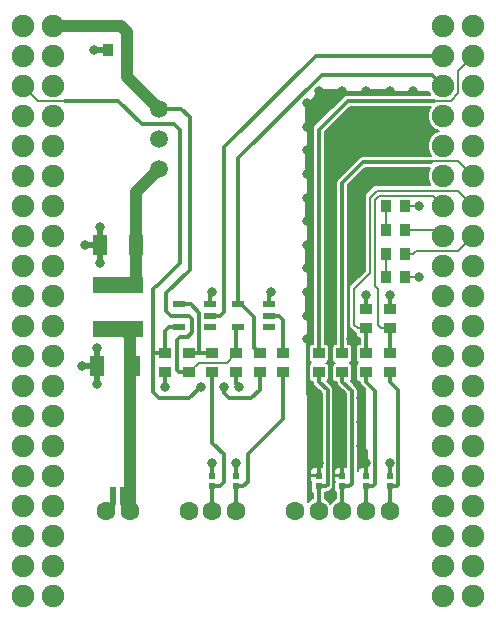
<source format=gtl>
G04 #@! TF.FileFunction,Copper,L1,Top,Signal*
%FSLAX46Y46*%
G04 Gerber Fmt 4.6, Leading zero omitted, Abs format (unit mm)*
G04 Created by KiCad (PCBNEW 0.201512291232+6408~40~ubuntu14.04.1-stable) date Sun 27 Mar 2016 21:47:00 BST*
%MOMM*%
G01*
G04 APERTURE LIST*
%ADD10C,0.100000*%
%ADD11R,0.950000X1.000000*%
%ADD12R,1.150000X1.800000*%
%ADD13R,1.000000X0.950000*%
%ADD14R,0.620000X0.620000*%
%ADD15C,1.500000*%
%ADD16C,1.900000*%
%ADD17C,1.600000*%
%ADD18R,4.200000X1.400000*%
%ADD19R,1.100000X0.600000*%
%ADD20C,0.800000*%
%ADD21C,0.300000*%
%ADD22C,0.200000*%
%ADD23C,1.000000*%
%ADD24C,0.500000*%
G04 APERTURE END LIST*
D10*
D11*
X60300000Y-52500000D03*
X58700000Y-52500000D03*
D12*
X60750000Y-79250000D03*
X57750000Y-79250000D03*
X61000000Y-69000000D03*
X58000000Y-69000000D03*
D13*
X80500000Y-76050000D03*
X80500000Y-74450000D03*
X82500000Y-76050000D03*
X82500000Y-74450000D03*
D14*
X59950000Y-89750000D03*
X59050000Y-89750000D03*
X76500000Y-89450000D03*
X76500000Y-88550000D03*
X78500000Y-89450000D03*
X78500000Y-88550000D03*
X80500000Y-89450000D03*
X80500000Y-88550000D03*
X82500000Y-89450000D03*
X82500000Y-88550000D03*
X67500000Y-89450000D03*
X67500000Y-88550000D03*
X69500000Y-89450000D03*
X69500000Y-88550000D03*
D11*
X83800000Y-65750000D03*
X82200000Y-65750000D03*
X83800000Y-71750000D03*
X82200000Y-71750000D03*
D15*
X63000000Y-62540000D03*
X63000000Y-60000000D03*
X63000000Y-57460000D03*
D16*
X51470000Y-98730000D03*
X54010000Y-98730000D03*
X54010000Y-96190000D03*
X51470000Y-96190000D03*
X51470000Y-93650000D03*
X54010000Y-93650000D03*
X54010000Y-91110000D03*
X51470000Y-91110000D03*
X51470000Y-88570000D03*
X54010000Y-88570000D03*
X51470000Y-86030000D03*
X51470000Y-83490000D03*
X51470000Y-80950000D03*
X51470000Y-78410000D03*
X51470000Y-75870000D03*
X51470000Y-73330000D03*
X51470000Y-70790000D03*
X51470000Y-68250000D03*
X51470000Y-65710000D03*
X51470000Y-63170000D03*
X51470000Y-60630000D03*
X51470000Y-58090000D03*
X51470000Y-55550000D03*
X51470000Y-53010000D03*
X54010000Y-53010000D03*
X54010000Y-55550000D03*
X54010000Y-58090000D03*
X54010000Y-60630000D03*
X54010000Y-63170000D03*
X54010000Y-65710000D03*
X54010000Y-68250000D03*
X54010000Y-70790000D03*
X54010000Y-73330000D03*
X54010000Y-75870000D03*
X54010000Y-78410000D03*
X54010000Y-80950000D03*
X54010000Y-83490000D03*
X54010000Y-86030000D03*
X51470000Y-50470000D03*
X54010000Y-50470000D03*
X87030000Y-98730000D03*
X89570000Y-98730000D03*
X87030000Y-96190000D03*
X89570000Y-96190000D03*
X89570000Y-93650000D03*
X87030000Y-93650000D03*
X87030000Y-91110000D03*
X89570000Y-91110000D03*
X89570000Y-88570000D03*
X87030000Y-88570000D03*
X87030000Y-86030000D03*
X89570000Y-86030000D03*
X89570000Y-83490000D03*
X87030000Y-83490000D03*
X87030000Y-80950000D03*
X89570000Y-80950000D03*
X89570000Y-78410000D03*
X87030000Y-78410000D03*
X87030000Y-75870000D03*
X89570000Y-75870000D03*
X89570000Y-73330000D03*
X87030000Y-73330000D03*
X87030000Y-70790000D03*
X89570000Y-70790000D03*
X87030000Y-68250000D03*
X89570000Y-68250000D03*
X87030000Y-65710000D03*
X89570000Y-65710000D03*
X87030000Y-63170000D03*
X89570000Y-63170000D03*
X87030000Y-60630000D03*
X89570000Y-60630000D03*
X87030000Y-58090000D03*
X89570000Y-58090000D03*
X87030000Y-55550000D03*
X89570000Y-55550000D03*
X87030000Y-53010000D03*
X89570000Y-53010000D03*
X87030000Y-50470000D03*
X89570000Y-50470000D03*
D17*
X58500000Y-91500000D03*
X60500000Y-91500000D03*
X74500000Y-91500000D03*
X76500000Y-91500000D03*
X78500000Y-91500000D03*
X80500000Y-91500000D03*
X82500000Y-91500000D03*
X65500000Y-91500000D03*
X67500000Y-91500000D03*
X69500000Y-91500000D03*
D18*
X59500000Y-76100000D03*
X59500000Y-72400000D03*
D13*
X82500000Y-79800000D03*
X82500000Y-78200000D03*
X80500000Y-79800000D03*
X80500000Y-78200000D03*
X78500000Y-79800000D03*
X78500000Y-78200000D03*
X76500000Y-79800000D03*
X76500000Y-78200000D03*
X73500000Y-79800000D03*
X73500000Y-78200000D03*
X67500000Y-79800000D03*
X67500000Y-78200000D03*
D11*
X83800000Y-67750000D03*
X82200000Y-67750000D03*
X83800000Y-69750000D03*
X82200000Y-69750000D03*
D13*
X63500000Y-78200000D03*
X63500000Y-79800000D03*
X69500000Y-78200000D03*
X69500000Y-79800000D03*
D19*
X67300000Y-75950000D03*
X67300000Y-75000000D03*
X67300000Y-74050000D03*
X64700000Y-74050000D03*
X64700000Y-75950000D03*
X72300000Y-75950000D03*
X72300000Y-75000000D03*
X72300000Y-74050000D03*
X69700000Y-74050000D03*
X69700000Y-75950000D03*
D13*
X65500000Y-79800000D03*
X65500000Y-78200000D03*
X71500000Y-79800000D03*
X71500000Y-78200000D03*
D20*
X69750000Y-81000000D03*
X72500000Y-73000000D03*
X67500000Y-73000000D03*
X63500000Y-81000000D03*
X84500000Y-63000000D03*
X82500000Y-63000000D03*
X80500000Y-63000000D03*
X79500000Y-65000000D03*
X79500000Y-67000000D03*
X79500000Y-69000000D03*
X79500000Y-71000000D03*
X79250010Y-77000000D03*
X80050010Y-82000000D03*
X80050010Y-84000000D03*
X80050010Y-86000000D03*
X80500000Y-61000000D03*
X82500000Y-61000000D03*
X84500000Y-61000000D03*
X84500000Y-58000000D03*
X82500000Y-58000000D03*
X80500000Y-58000000D03*
X78500000Y-59000000D03*
X77500000Y-61000000D03*
X77500000Y-63000000D03*
X77500000Y-65000000D03*
X77500000Y-67000000D03*
X77500000Y-69000000D03*
X77500000Y-71000000D03*
X77500000Y-73000000D03*
X77500000Y-75000000D03*
X77500000Y-77000000D03*
X78500000Y-82000000D03*
X78500000Y-84000000D03*
X78500000Y-86000000D03*
X84500000Y-56000000D03*
X82500000Y-56000000D03*
X80500000Y-56000000D03*
X78500000Y-56000000D03*
X76500000Y-56000000D03*
X75500000Y-57000000D03*
X75500000Y-59000000D03*
X75500000Y-61000000D03*
X75500000Y-63000000D03*
X75500000Y-65000000D03*
X75500000Y-67000000D03*
X75500000Y-69000000D03*
X75500000Y-71000000D03*
X75500000Y-73000000D03*
X75500000Y-75000000D03*
X75500000Y-77000000D03*
X76000000Y-82000000D03*
X76000000Y-84000000D03*
X76000000Y-86000000D03*
X82500000Y-73250000D03*
X80500000Y-73250000D03*
X82500000Y-87500000D03*
X80500000Y-87500000D03*
X78500000Y-87500000D03*
X76500000Y-87500000D03*
X85000000Y-65750000D03*
X85000000Y-71750000D03*
X69500000Y-87500000D03*
X67500000Y-87500000D03*
X57500000Y-52500000D03*
X58000000Y-67500000D03*
X56750000Y-69000000D03*
X58000000Y-70500000D03*
X57750000Y-77750000D03*
X57750000Y-80750000D03*
X56500000Y-79250000D03*
X68500000Y-81000000D03*
X66500000Y-81000000D03*
D21*
X63000000Y-57460000D02*
X64860000Y-57460000D01*
X65600000Y-58200000D02*
X65600000Y-71100000D01*
X65600000Y-71100000D02*
X63600000Y-73100000D01*
X64700000Y-79800000D02*
X65500000Y-79800000D01*
X64860000Y-57460000D02*
X65600000Y-58200000D01*
X65500000Y-75000000D02*
X65800000Y-75300000D01*
X63600000Y-73100000D02*
X63600000Y-74600000D01*
X65400000Y-76800000D02*
X64800000Y-76800000D01*
X63600000Y-74600000D02*
X64000000Y-75000000D01*
X64000000Y-75000000D02*
X65500000Y-75000000D01*
X65800000Y-75300000D02*
X65800000Y-76400000D01*
X65800000Y-76400000D02*
X65400000Y-76800000D01*
X64800000Y-76800000D02*
X64500000Y-77100000D01*
X64500000Y-77100000D02*
X64500000Y-79600000D01*
X64500000Y-79600000D02*
X64700000Y-79800000D01*
D22*
X65500000Y-79800000D02*
X65525000Y-79800000D01*
X66349999Y-78975001D02*
X68699999Y-78975001D01*
X65525000Y-79800000D02*
X66349999Y-78975001D01*
X68699999Y-78975001D02*
X69475000Y-78200000D01*
X69475000Y-78200000D02*
X69500000Y-78200000D01*
D21*
X69500000Y-78200000D02*
X69500000Y-76150000D01*
X69500000Y-76150000D02*
X69700000Y-75950000D01*
D23*
X54010000Y-50470000D02*
X59770000Y-50470000D01*
X59770000Y-50470000D02*
X60300000Y-51000000D01*
X60300000Y-51000000D02*
X60300000Y-52500000D01*
X60300000Y-52500000D02*
X60300000Y-54760000D01*
X60300000Y-54760000D02*
X63000000Y-57460000D01*
D21*
X69500000Y-79800000D02*
X69500000Y-80750000D01*
X69500000Y-80750000D02*
X69750000Y-81000000D01*
X72300000Y-74050000D02*
X72300000Y-73200000D01*
X72300000Y-73200000D02*
X72500000Y-73000000D01*
X67300000Y-74050000D02*
X67300000Y-73200000D01*
X67300000Y-73200000D02*
X67500000Y-73000000D01*
X63500000Y-79800000D02*
X63500000Y-81000000D01*
X80500000Y-63000000D02*
X82500000Y-63000000D01*
X79500000Y-67000000D02*
X79500000Y-65000000D01*
X79500000Y-71000000D02*
X79500000Y-69000000D01*
X80050010Y-84000000D02*
X80050010Y-82000000D01*
X80500000Y-87500000D02*
X80500000Y-86449990D01*
X80500000Y-86449990D02*
X80050010Y-86000000D01*
X82500000Y-61000000D02*
X80500000Y-61000000D01*
X84500000Y-58000000D02*
X84500000Y-61000000D01*
X80500000Y-58000000D02*
X82500000Y-58000000D01*
X77500000Y-61000000D02*
X77500000Y-60000000D01*
X77500000Y-60000000D02*
X78500000Y-59000000D01*
X77500000Y-65000000D02*
X77500000Y-63000000D01*
X77500000Y-69000000D02*
X77500000Y-67000000D01*
X77500000Y-73000000D02*
X77500000Y-71000000D01*
X77500000Y-77000000D02*
X77500000Y-75000000D01*
X78500000Y-84000000D02*
X78500000Y-82000000D01*
X78500000Y-87500000D02*
X78500000Y-86000000D01*
X80500000Y-56000000D02*
X82500000Y-56000000D01*
X76500000Y-56000000D02*
X78500000Y-56000000D01*
X75500000Y-59000000D02*
X75500000Y-57000000D01*
X75500000Y-63000000D02*
X75500000Y-61000000D01*
X75500000Y-67000000D02*
X75500000Y-65000000D01*
X75500000Y-71000000D02*
X75500000Y-69000000D01*
X75500000Y-75000000D02*
X75500000Y-73000000D01*
X76000000Y-82000000D02*
X75600001Y-81600001D01*
X75600001Y-81600001D02*
X75600001Y-77100001D01*
X75600001Y-77100001D02*
X75500000Y-77000000D01*
X76000000Y-86000000D02*
X76000000Y-84000000D01*
X82500000Y-74450000D02*
X82500000Y-73250000D01*
X80500000Y-74450000D02*
X80500000Y-73250000D01*
X82500000Y-88550000D02*
X82500000Y-87500000D01*
X80500000Y-88550000D02*
X80500000Y-87500000D01*
X78500000Y-88550000D02*
X78500000Y-87500000D01*
X76500000Y-88550000D02*
X76500000Y-87500000D01*
D22*
X83800000Y-65750000D02*
X85000000Y-65750000D01*
X83800000Y-71750000D02*
X85000000Y-71750000D01*
D21*
X69500000Y-88550000D02*
X69500000Y-87500000D01*
X67500000Y-88550000D02*
X67500000Y-87500000D01*
D24*
X58700000Y-52500000D02*
X57500000Y-52500000D01*
X58000000Y-69000000D02*
X58000000Y-67500000D01*
X58000000Y-69000000D02*
X56750000Y-69000000D01*
X58000000Y-69000000D02*
X58000000Y-70500000D01*
X57750000Y-79250000D02*
X57750000Y-77750000D01*
X57750000Y-79250000D02*
X57750000Y-80750000D01*
X57750000Y-79250000D02*
X56500000Y-79250000D01*
X59050000Y-89750000D02*
X59050000Y-90950000D01*
X59050000Y-90950000D02*
X58500000Y-91500000D01*
X59950000Y-89750000D02*
X59950000Y-90950000D01*
X59950000Y-90950000D02*
X60500000Y-91500000D01*
D23*
X60500000Y-91500000D02*
X60500000Y-89500000D01*
X60500000Y-89500000D02*
X60500000Y-77000000D01*
D24*
X59950000Y-89750000D02*
X60250000Y-89750000D01*
X60250000Y-89750000D02*
X60500000Y-89500000D01*
X60750000Y-79250000D02*
X60750000Y-77350000D01*
X60750000Y-77350000D02*
X59500000Y-76100000D01*
X60500000Y-77000000D02*
X60400000Y-77000000D01*
X60400000Y-77000000D02*
X59500000Y-76100000D01*
D23*
X61000000Y-69000000D02*
X61000000Y-64540000D01*
X61000000Y-64540000D02*
X63000000Y-62540000D01*
D21*
X59500000Y-72400000D02*
X60350000Y-72400000D01*
X60350000Y-72400000D02*
X61000000Y-71750000D01*
D23*
X61000000Y-69000000D02*
X61000000Y-71750000D01*
D22*
X89570000Y-65710000D02*
X88319999Y-64459999D01*
X88319999Y-64459999D02*
X81409300Y-64459999D01*
X81409300Y-64459999D02*
X80849990Y-65019309D01*
X80849990Y-65019309D02*
X80849990Y-71400010D01*
X80849990Y-71400010D02*
X79500000Y-72750000D01*
X79500000Y-72750000D02*
X79500000Y-75750000D01*
X79500000Y-75750000D02*
X79800000Y-76050000D01*
X79800000Y-76050000D02*
X80500000Y-76050000D01*
X80475000Y-76050000D02*
X80500000Y-76050000D01*
D21*
X80500000Y-78200000D02*
X80500000Y-76050000D01*
D22*
X82500000Y-76050000D02*
X81800000Y-76050000D01*
X81800000Y-76050000D02*
X81500000Y-75750000D01*
X86180009Y-64860009D02*
X87030000Y-65710000D01*
X81500000Y-75750000D02*
X81500000Y-72750000D01*
X81500000Y-72750000D02*
X81250000Y-72500000D01*
X81250000Y-72500000D02*
X81250000Y-65184998D01*
X81250000Y-65184998D02*
X81574989Y-64860009D01*
X81574989Y-64860009D02*
X86180009Y-64860009D01*
X87030000Y-65710000D02*
X86570000Y-65250000D01*
X82475000Y-76050000D02*
X82500000Y-76050000D01*
D21*
X82500000Y-78200000D02*
X82500000Y-76050000D01*
X76500000Y-89450000D02*
X77110000Y-89450000D01*
X77250001Y-81325001D02*
X76500000Y-80575000D01*
X77110000Y-89450000D02*
X77250001Y-89309999D01*
X77250001Y-89309999D02*
X77250001Y-81325001D01*
X76500000Y-80575000D02*
X76500000Y-79800000D01*
X76500000Y-91500000D02*
X76500000Y-89450000D01*
X78500000Y-89450000D02*
X79110000Y-89450000D01*
X79300000Y-81375000D02*
X78500000Y-80575000D01*
X79110000Y-89450000D02*
X79300000Y-89260000D01*
X79300000Y-89260000D02*
X79300000Y-81375000D01*
X78500000Y-80575000D02*
X78500000Y-79800000D01*
X78500000Y-91500000D02*
X78500000Y-89450000D01*
X80500000Y-89450000D02*
X81110000Y-89450000D01*
X81300000Y-89260000D02*
X81300000Y-81375000D01*
X81110000Y-89450000D02*
X81300000Y-89260000D01*
X81300000Y-81375000D02*
X80500000Y-80575000D01*
X80500000Y-80575000D02*
X80500000Y-79800000D01*
X80500000Y-91500000D02*
X80500000Y-89450000D01*
X82500000Y-89450000D02*
X83110000Y-89450000D01*
X83250001Y-81325001D02*
X82500000Y-80575000D01*
X83110000Y-89450000D02*
X83250001Y-89309999D01*
X83250001Y-89309999D02*
X83250001Y-81325001D01*
X82500000Y-80575000D02*
X82500000Y-79800000D01*
X82500000Y-91500000D02*
X82500000Y-89450000D01*
X67500000Y-79800000D02*
X67500000Y-85750000D01*
X67500000Y-85750000D02*
X68500000Y-86750000D01*
X68500000Y-86750000D02*
X68500000Y-89060000D01*
X68500000Y-89060000D02*
X68110000Y-89450000D01*
X68110000Y-89450000D02*
X67500000Y-89450000D01*
X67500000Y-91500000D02*
X67500000Y-89450000D01*
X73500000Y-83750000D02*
X73500000Y-79800000D01*
X70500000Y-86750000D02*
X73500000Y-83750000D01*
X70500000Y-89060000D02*
X70500000Y-86750000D01*
X69500000Y-89450000D02*
X70110000Y-89450000D01*
X70110000Y-89450000D02*
X70500000Y-89060000D01*
X69500000Y-91500000D02*
X69500000Y-89450000D01*
D22*
X82200000Y-65750000D02*
X82200000Y-66450000D01*
X82200000Y-66450000D02*
X82200000Y-67750000D01*
X82200000Y-69750000D02*
X82200000Y-70450000D01*
X82200000Y-70450000D02*
X82200000Y-71750000D01*
X83800000Y-67750000D02*
X86530000Y-67750000D01*
X86530000Y-67750000D02*
X87030000Y-68250000D01*
X83800000Y-69750000D02*
X84475000Y-69750000D01*
X84475000Y-69750000D02*
X84724999Y-69500001D01*
X84724999Y-69500001D02*
X88319999Y-69500001D01*
X88319999Y-69500001D02*
X88620001Y-69199999D01*
X88620001Y-69199999D02*
X89570000Y-68250000D01*
D21*
X80250000Y-62000000D02*
X85500000Y-62000000D01*
D22*
X88319999Y-61919999D02*
X85580001Y-61919999D01*
D21*
X85500000Y-62000000D02*
X86000000Y-62000000D01*
D22*
X89570000Y-63170000D02*
X88319999Y-61919999D01*
X85580001Y-61919999D02*
X85500000Y-62000000D01*
D21*
X78500000Y-63750000D02*
X80250000Y-62000000D01*
X78500000Y-78200000D02*
X78500000Y-63750000D01*
X72300000Y-75000000D02*
X73150000Y-75000000D01*
X73150000Y-75000000D02*
X73500000Y-75350000D01*
X73500000Y-75350000D02*
X73500000Y-77425000D01*
X73500000Y-77425000D02*
X73500000Y-78200000D01*
X65500000Y-78200000D02*
X66500000Y-78200000D01*
X65699999Y-74050000D02*
X66399999Y-74750000D01*
X66399999Y-78099999D02*
X66500000Y-78200000D01*
X66500000Y-78200000D02*
X67500000Y-78200000D01*
X66399999Y-74750000D02*
X66399999Y-78099999D01*
X64700000Y-74050000D02*
X65699999Y-74050000D01*
X86300001Y-56800001D02*
X78949999Y-56800001D01*
X78949999Y-56800001D02*
X76500000Y-59250000D01*
D22*
X89570000Y-53010000D02*
X88319999Y-54260001D01*
X88319999Y-54260001D02*
X88319999Y-56150001D01*
X87669999Y-56800001D02*
X86300001Y-56800001D01*
X88319999Y-56150001D02*
X87669999Y-56800001D01*
D21*
X76500000Y-78200000D02*
X76500000Y-59250000D01*
X70750000Y-82000000D02*
X71500000Y-81250000D01*
X71500000Y-81250000D02*
X71500000Y-79800000D01*
X68934315Y-82000000D02*
X70750000Y-82000000D01*
X68500000Y-81000000D02*
X68500000Y-81565685D01*
X68500000Y-81565685D02*
X68934315Y-82000000D01*
X63000000Y-82000000D02*
X65500000Y-82000000D01*
X65500000Y-82000000D02*
X66500000Y-81000000D01*
X62500000Y-81500000D02*
X63000000Y-82000000D01*
X62500000Y-81250000D02*
X62500000Y-81500000D01*
X62500000Y-72750000D02*
X62500000Y-78250000D01*
X62500000Y-78250000D02*
X62500000Y-81250000D01*
X63500000Y-78200000D02*
X62550000Y-78200000D01*
X62550000Y-78200000D02*
X62500000Y-78250000D01*
X62750000Y-72500000D02*
X62500000Y-72750000D01*
X62800000Y-72500000D02*
X62750000Y-72500000D01*
X64750000Y-59250000D02*
X64750000Y-70550000D01*
X64250000Y-58750000D02*
X64750000Y-59250000D01*
X61500000Y-58750000D02*
X64250000Y-58750000D01*
X64750000Y-70550000D02*
X62800000Y-72500000D01*
X59550001Y-56800001D02*
X61500000Y-58750000D01*
X54999999Y-56800001D02*
X59550001Y-56800001D01*
X63500000Y-76300000D02*
X63750000Y-76050000D01*
X63750000Y-76050000D02*
X63850000Y-75950000D01*
D22*
X51470000Y-55550000D02*
X52720001Y-56800001D01*
X52720001Y-56800001D02*
X54999999Y-56800001D01*
D21*
X63500000Y-78200000D02*
X63500000Y-76300000D01*
X63850000Y-75950000D02*
X64700000Y-75950000D01*
X69700000Y-74050000D02*
X69950000Y-74050000D01*
X69950000Y-74050000D02*
X71000000Y-75100000D01*
X71000000Y-75100000D02*
X71000000Y-77700000D01*
X71000000Y-77700000D02*
X71500000Y-78200000D01*
X69700000Y-71750000D02*
X69700000Y-61689998D01*
X69700000Y-74050000D02*
X69700000Y-71750000D01*
X76789997Y-54600001D02*
X86080001Y-54600001D01*
X69700000Y-61689998D02*
X76789997Y-54600001D01*
X86080001Y-54600001D02*
X87030000Y-55550000D01*
X87030000Y-55550000D02*
X86800000Y-55550000D01*
X86980000Y-55500000D02*
X87030000Y-55550000D01*
X87030000Y-53010000D02*
X76240000Y-53010000D01*
X76240000Y-53010000D02*
X68500000Y-60750000D01*
X68500000Y-60750000D02*
X68500000Y-74650000D01*
X68500000Y-74650000D02*
X68150000Y-75000000D01*
X68150000Y-75000000D02*
X67300000Y-75000000D01*
D22*
G36*
X85928556Y-57352647D02*
X85730226Y-57830279D01*
X85729774Y-58347452D01*
X85927271Y-58825429D01*
X86292647Y-59191444D01*
X86698985Y-59360170D01*
X86294571Y-59527271D01*
X85928556Y-59892647D01*
X85730226Y-60370279D01*
X85729774Y-60887452D01*
X85927271Y-61365429D01*
X86031658Y-61469999D01*
X85580001Y-61469999D01*
X85429174Y-61500000D01*
X80250000Y-61500000D01*
X80058658Y-61538060D01*
X80040656Y-61550089D01*
X79896447Y-61646446D01*
X78146447Y-63396447D01*
X78038060Y-63558658D01*
X78000000Y-63750000D01*
X78000000Y-77368144D01*
X77870298Y-77392549D01*
X77751175Y-77469203D01*
X77671259Y-77586163D01*
X77643144Y-77725000D01*
X77643144Y-78675000D01*
X77667549Y-78804702D01*
X77744203Y-78923825D01*
X77857158Y-79001004D01*
X77751175Y-79069203D01*
X77671259Y-79186163D01*
X77643144Y-79325000D01*
X77643144Y-80275000D01*
X77667549Y-80404702D01*
X77744203Y-80523825D01*
X77861163Y-80603741D01*
X78000000Y-80631856D01*
X78011309Y-80631856D01*
X78023382Y-80692548D01*
X78038060Y-80766342D01*
X78146447Y-80928553D01*
X78800000Y-81582106D01*
X78800000Y-87840000D01*
X78625000Y-87840000D01*
X78525000Y-87940000D01*
X78525000Y-88525000D01*
X78545000Y-88525000D01*
X78545000Y-88575000D01*
X78525000Y-88575000D01*
X78525000Y-88595000D01*
X78475000Y-88595000D01*
X78475000Y-88575000D01*
X77890000Y-88575000D01*
X77790000Y-88675000D01*
X77790000Y-88939565D01*
X77846238Y-89075337D01*
X77833144Y-89140000D01*
X77833144Y-89760000D01*
X77857549Y-89889702D01*
X77934203Y-90008825D01*
X78000000Y-90053783D01*
X78000000Y-90462294D01*
X77849428Y-90524509D01*
X77525646Y-90847727D01*
X77500154Y-90909118D01*
X77475491Y-90849428D01*
X77152273Y-90525646D01*
X77000000Y-90462417D01*
X77000000Y-90053650D01*
X77058825Y-90015797D01*
X77103783Y-89950000D01*
X77110000Y-89950000D01*
X77301342Y-89911940D01*
X77463553Y-89803553D01*
X77603554Y-89663553D01*
X77711941Y-89501341D01*
X77721886Y-89451342D01*
X77750001Y-89309999D01*
X77750001Y-88160435D01*
X77790000Y-88160435D01*
X77790000Y-88425000D01*
X77890000Y-88525000D01*
X78475000Y-88525000D01*
X78475000Y-87940000D01*
X78375000Y-87840000D01*
X78110435Y-87840000D01*
X77963418Y-87900896D01*
X77850896Y-88013418D01*
X77790000Y-88160435D01*
X77750001Y-88160435D01*
X77750001Y-81325001D01*
X77711941Y-81133659D01*
X77636963Y-81021447D01*
X77603555Y-80971448D01*
X77196545Y-80564438D01*
X77248825Y-80530797D01*
X77328741Y-80413837D01*
X77356856Y-80275000D01*
X77356856Y-79325000D01*
X77332451Y-79195298D01*
X77255797Y-79076175D01*
X77142842Y-78998996D01*
X77248825Y-78930797D01*
X77328741Y-78813837D01*
X77356856Y-78675000D01*
X77356856Y-77725000D01*
X77332451Y-77595298D01*
X77255797Y-77476175D01*
X77138837Y-77396259D01*
X77000000Y-77368144D01*
X77000000Y-59457106D01*
X79157106Y-57300001D01*
X85981294Y-57300001D01*
X85928556Y-57352647D01*
X85928556Y-57352647D01*
G37*
X85928556Y-57352647D02*
X85730226Y-57830279D01*
X85729774Y-58347452D01*
X85927271Y-58825429D01*
X86292647Y-59191444D01*
X86698985Y-59360170D01*
X86294571Y-59527271D01*
X85928556Y-59892647D01*
X85730226Y-60370279D01*
X85729774Y-60887452D01*
X85927271Y-61365429D01*
X86031658Y-61469999D01*
X85580001Y-61469999D01*
X85429174Y-61500000D01*
X80250000Y-61500000D01*
X80058658Y-61538060D01*
X80040656Y-61550089D01*
X79896447Y-61646446D01*
X78146447Y-63396447D01*
X78038060Y-63558658D01*
X78000000Y-63750000D01*
X78000000Y-77368144D01*
X77870298Y-77392549D01*
X77751175Y-77469203D01*
X77671259Y-77586163D01*
X77643144Y-77725000D01*
X77643144Y-78675000D01*
X77667549Y-78804702D01*
X77744203Y-78923825D01*
X77857158Y-79001004D01*
X77751175Y-79069203D01*
X77671259Y-79186163D01*
X77643144Y-79325000D01*
X77643144Y-80275000D01*
X77667549Y-80404702D01*
X77744203Y-80523825D01*
X77861163Y-80603741D01*
X78000000Y-80631856D01*
X78011309Y-80631856D01*
X78023382Y-80692548D01*
X78038060Y-80766342D01*
X78146447Y-80928553D01*
X78800000Y-81582106D01*
X78800000Y-87840000D01*
X78625000Y-87840000D01*
X78525000Y-87940000D01*
X78525000Y-88525000D01*
X78545000Y-88525000D01*
X78545000Y-88575000D01*
X78525000Y-88575000D01*
X78525000Y-88595000D01*
X78475000Y-88595000D01*
X78475000Y-88575000D01*
X77890000Y-88575000D01*
X77790000Y-88675000D01*
X77790000Y-88939565D01*
X77846238Y-89075337D01*
X77833144Y-89140000D01*
X77833144Y-89760000D01*
X77857549Y-89889702D01*
X77934203Y-90008825D01*
X78000000Y-90053783D01*
X78000000Y-90462294D01*
X77849428Y-90524509D01*
X77525646Y-90847727D01*
X77500154Y-90909118D01*
X77475491Y-90849428D01*
X77152273Y-90525646D01*
X77000000Y-90462417D01*
X77000000Y-90053650D01*
X77058825Y-90015797D01*
X77103783Y-89950000D01*
X77110000Y-89950000D01*
X77301342Y-89911940D01*
X77463553Y-89803553D01*
X77603554Y-89663553D01*
X77711941Y-89501341D01*
X77721886Y-89451342D01*
X77750001Y-89309999D01*
X77750001Y-88160435D01*
X77790000Y-88160435D01*
X77790000Y-88425000D01*
X77890000Y-88525000D01*
X78475000Y-88525000D01*
X78475000Y-87940000D01*
X78375000Y-87840000D01*
X78110435Y-87840000D01*
X77963418Y-87900896D01*
X77850896Y-88013418D01*
X77790000Y-88160435D01*
X77750001Y-88160435D01*
X77750001Y-81325001D01*
X77711941Y-81133659D01*
X77636963Y-81021447D01*
X77603555Y-80971448D01*
X77196545Y-80564438D01*
X77248825Y-80530797D01*
X77328741Y-80413837D01*
X77356856Y-80275000D01*
X77356856Y-79325000D01*
X77332451Y-79195298D01*
X77255797Y-79076175D01*
X77142842Y-78998996D01*
X77248825Y-78930797D01*
X77328741Y-78813837D01*
X77356856Y-78675000D01*
X77356856Y-77725000D01*
X77332451Y-77595298D01*
X77255797Y-77476175D01*
X77138837Y-77396259D01*
X77000000Y-77368144D01*
X77000000Y-59457106D01*
X79157106Y-57300001D01*
X85981294Y-57300001D01*
X85928556Y-57352647D01*
G36*
X85927271Y-56285429D02*
X85941818Y-56300001D01*
X78949999Y-56300001D01*
X78758657Y-56338061D01*
X78596446Y-56446447D01*
X76146447Y-58896447D01*
X76038060Y-59058658D01*
X76000000Y-59250000D01*
X76000000Y-77368144D01*
X75870298Y-77392549D01*
X75751175Y-77469203D01*
X75671259Y-77586163D01*
X75643144Y-77725000D01*
X75643144Y-78675000D01*
X75667549Y-78804702D01*
X75744203Y-78923825D01*
X75857158Y-79001004D01*
X75751175Y-79069203D01*
X75671259Y-79186163D01*
X75643144Y-79325000D01*
X75643144Y-80275000D01*
X75667549Y-80404702D01*
X75744203Y-80523825D01*
X75861163Y-80603741D01*
X76000000Y-80631856D01*
X76011309Y-80631856D01*
X76023382Y-80692548D01*
X76038060Y-80766342D01*
X76146447Y-80928553D01*
X76750001Y-81532108D01*
X76750001Y-87840000D01*
X76625000Y-87840000D01*
X76525000Y-87940000D01*
X76525000Y-88525000D01*
X76545000Y-88525000D01*
X76545000Y-88575000D01*
X76525000Y-88575000D01*
X76525000Y-88595000D01*
X76475000Y-88595000D01*
X76475000Y-88575000D01*
X75890000Y-88575000D01*
X75790000Y-88675000D01*
X75790000Y-88939565D01*
X75846238Y-89075337D01*
X75833144Y-89140000D01*
X75833144Y-89760000D01*
X75857549Y-89889702D01*
X75934203Y-90008825D01*
X76000000Y-90053783D01*
X76000000Y-90462294D01*
X75849428Y-90524509D01*
X75600000Y-90773503D01*
X75600000Y-88160435D01*
X75790000Y-88160435D01*
X75790000Y-88425000D01*
X75890000Y-88525000D01*
X76475000Y-88525000D01*
X76475000Y-87940000D01*
X76375000Y-87840000D01*
X76110435Y-87840000D01*
X75963418Y-87900896D01*
X75850896Y-88013418D01*
X75790000Y-88160435D01*
X75600000Y-88160435D01*
X75600000Y-57041422D01*
X76541422Y-56100000D01*
X85850653Y-56100000D01*
X85927271Y-56285429D01*
X85927271Y-56285429D01*
G37*
X85927271Y-56285429D02*
X85941818Y-56300001D01*
X78949999Y-56300001D01*
X78758657Y-56338061D01*
X78596446Y-56446447D01*
X76146447Y-58896447D01*
X76038060Y-59058658D01*
X76000000Y-59250000D01*
X76000000Y-77368144D01*
X75870298Y-77392549D01*
X75751175Y-77469203D01*
X75671259Y-77586163D01*
X75643144Y-77725000D01*
X75643144Y-78675000D01*
X75667549Y-78804702D01*
X75744203Y-78923825D01*
X75857158Y-79001004D01*
X75751175Y-79069203D01*
X75671259Y-79186163D01*
X75643144Y-79325000D01*
X75643144Y-80275000D01*
X75667549Y-80404702D01*
X75744203Y-80523825D01*
X75861163Y-80603741D01*
X76000000Y-80631856D01*
X76011309Y-80631856D01*
X76023382Y-80692548D01*
X76038060Y-80766342D01*
X76146447Y-80928553D01*
X76750001Y-81532108D01*
X76750001Y-87840000D01*
X76625000Y-87840000D01*
X76525000Y-87940000D01*
X76525000Y-88525000D01*
X76545000Y-88525000D01*
X76545000Y-88575000D01*
X76525000Y-88575000D01*
X76525000Y-88595000D01*
X76475000Y-88595000D01*
X76475000Y-88575000D01*
X75890000Y-88575000D01*
X75790000Y-88675000D01*
X75790000Y-88939565D01*
X75846238Y-89075337D01*
X75833144Y-89140000D01*
X75833144Y-89760000D01*
X75857549Y-89889702D01*
X75934203Y-90008825D01*
X76000000Y-90053783D01*
X76000000Y-90462294D01*
X75849428Y-90524509D01*
X75600000Y-90773503D01*
X75600000Y-88160435D01*
X75790000Y-88160435D01*
X75790000Y-88425000D01*
X75890000Y-88525000D01*
X76475000Y-88525000D01*
X76475000Y-87940000D01*
X76375000Y-87840000D01*
X76110435Y-87840000D01*
X75963418Y-87900896D01*
X75850896Y-88013418D01*
X75790000Y-88160435D01*
X75600000Y-88160435D01*
X75600000Y-57041422D01*
X76541422Y-56100000D01*
X85850653Y-56100000D01*
X85927271Y-56285429D01*
G36*
X85730226Y-62910279D02*
X85729774Y-63427452D01*
X85925028Y-63900000D01*
X81250000Y-63900000D01*
X81211094Y-63907879D01*
X81179289Y-63929289D01*
X80429289Y-64679289D01*
X80407350Y-64712371D01*
X80400000Y-64750000D01*
X80400000Y-65019259D01*
X80399990Y-65019309D01*
X80399990Y-71213614D01*
X79181802Y-72431802D01*
X79084254Y-72577792D01*
X79050000Y-72750000D01*
X79050000Y-75750000D01*
X79084254Y-75922208D01*
X79169642Y-76050000D01*
X79181802Y-76068198D01*
X79481802Y-76368198D01*
X79627792Y-76465746D01*
X79643144Y-76468800D01*
X79643144Y-76525000D01*
X79667549Y-76654702D01*
X79744203Y-76773825D01*
X79861163Y-76853741D01*
X80000000Y-76881856D01*
X80000000Y-77368144D01*
X79870298Y-77392549D01*
X79751175Y-77469203D01*
X79671259Y-77586163D01*
X79643144Y-77725000D01*
X79643144Y-78675000D01*
X79667549Y-78804702D01*
X79744203Y-78923825D01*
X79857158Y-79001004D01*
X79751175Y-79069203D01*
X79671259Y-79186163D01*
X79643144Y-79325000D01*
X79643144Y-80275000D01*
X79667549Y-80404702D01*
X79744203Y-80523825D01*
X79861163Y-80603741D01*
X80000000Y-80631856D01*
X80011309Y-80631856D01*
X80023382Y-80692548D01*
X80038060Y-80766342D01*
X80146447Y-80928553D01*
X80400000Y-81182106D01*
X80400000Y-87865000D01*
X80375000Y-87840000D01*
X80110435Y-87840000D01*
X79963418Y-87900896D01*
X79850896Y-88013418D01*
X79800000Y-88136293D01*
X79800000Y-81375000D01*
X79761940Y-81183658D01*
X79653553Y-81021447D01*
X79196545Y-80564439D01*
X79248825Y-80530797D01*
X79328741Y-80413837D01*
X79356856Y-80275000D01*
X79356856Y-79325000D01*
X79332451Y-79195298D01*
X79255797Y-79076175D01*
X79142842Y-78998996D01*
X79248825Y-78930797D01*
X79328741Y-78813837D01*
X79356856Y-78675000D01*
X79356856Y-77725000D01*
X79332451Y-77595298D01*
X79255797Y-77476175D01*
X79138837Y-77396259D01*
X79000000Y-77368144D01*
X79000000Y-63957106D01*
X80457107Y-62500000D01*
X85900589Y-62500000D01*
X85730226Y-62910279D01*
X85730226Y-62910279D01*
G37*
X85730226Y-62910279D02*
X85729774Y-63427452D01*
X85925028Y-63900000D01*
X81250000Y-63900000D01*
X81211094Y-63907879D01*
X81179289Y-63929289D01*
X80429289Y-64679289D01*
X80407350Y-64712371D01*
X80400000Y-64750000D01*
X80400000Y-65019259D01*
X80399990Y-65019309D01*
X80399990Y-71213614D01*
X79181802Y-72431802D01*
X79084254Y-72577792D01*
X79050000Y-72750000D01*
X79050000Y-75750000D01*
X79084254Y-75922208D01*
X79169642Y-76050000D01*
X79181802Y-76068198D01*
X79481802Y-76368198D01*
X79627792Y-76465746D01*
X79643144Y-76468800D01*
X79643144Y-76525000D01*
X79667549Y-76654702D01*
X79744203Y-76773825D01*
X79861163Y-76853741D01*
X80000000Y-76881856D01*
X80000000Y-77368144D01*
X79870298Y-77392549D01*
X79751175Y-77469203D01*
X79671259Y-77586163D01*
X79643144Y-77725000D01*
X79643144Y-78675000D01*
X79667549Y-78804702D01*
X79744203Y-78923825D01*
X79857158Y-79001004D01*
X79751175Y-79069203D01*
X79671259Y-79186163D01*
X79643144Y-79325000D01*
X79643144Y-80275000D01*
X79667549Y-80404702D01*
X79744203Y-80523825D01*
X79861163Y-80603741D01*
X80000000Y-80631856D01*
X80011309Y-80631856D01*
X80023382Y-80692548D01*
X80038060Y-80766342D01*
X80146447Y-80928553D01*
X80400000Y-81182106D01*
X80400000Y-87865000D01*
X80375000Y-87840000D01*
X80110435Y-87840000D01*
X79963418Y-87900896D01*
X79850896Y-88013418D01*
X79800000Y-88136293D01*
X79800000Y-81375000D01*
X79761940Y-81183658D01*
X79653553Y-81021447D01*
X79196545Y-80564439D01*
X79248825Y-80530797D01*
X79328741Y-80413837D01*
X79356856Y-80275000D01*
X79356856Y-79325000D01*
X79332451Y-79195298D01*
X79255797Y-79076175D01*
X79142842Y-78998996D01*
X79248825Y-78930797D01*
X79328741Y-78813837D01*
X79356856Y-78675000D01*
X79356856Y-77725000D01*
X79332451Y-77595298D01*
X79255797Y-77476175D01*
X79138837Y-77396259D01*
X79000000Y-77368144D01*
X79000000Y-63957106D01*
X80457107Y-62500000D01*
X85900589Y-62500000D01*
X85730226Y-62910279D01*
M02*

</source>
